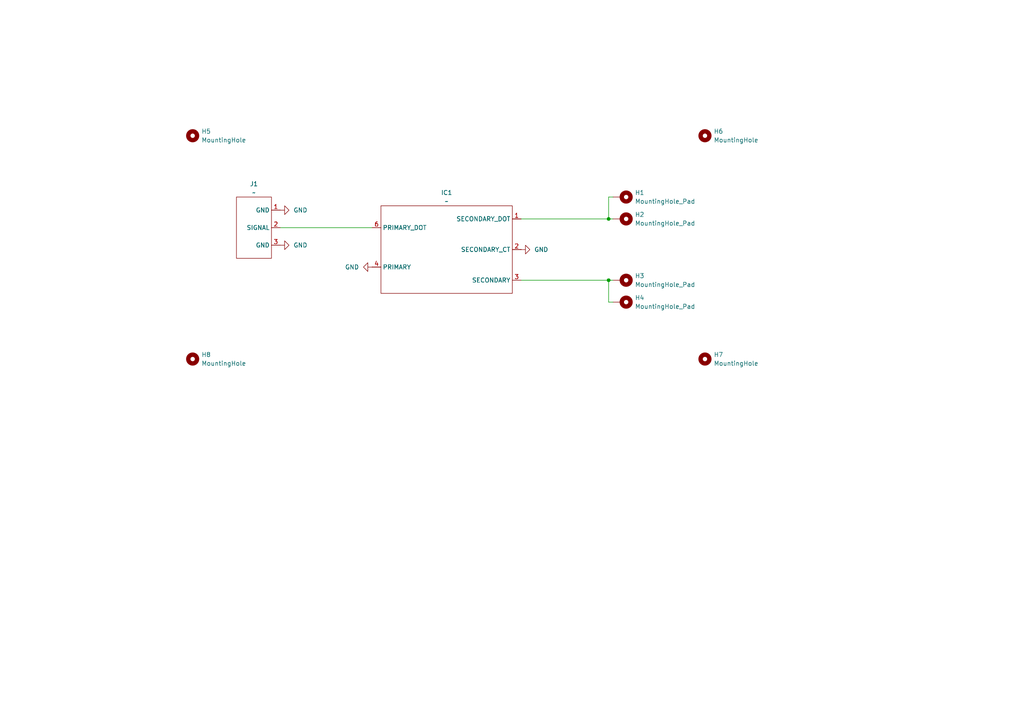
<source format=kicad_sch>
(kicad_sch
	(version 20231120)
	(generator "eeschema")
	(generator_version "8.0")
	(uuid "6cc96c34-2a0c-4d55-952a-3bf9573f6b0d")
	(paper "A4")
	(lib_symbols
		(symbol "Mechanical:MountingHole"
			(pin_names
				(offset 1.016)
			)
			(exclude_from_sim yes)
			(in_bom no)
			(on_board yes)
			(property "Reference" "H"
				(at 0 5.08 0)
				(effects
					(font
						(size 1.27 1.27)
					)
				)
			)
			(property "Value" "MountingHole"
				(at 0 3.175 0)
				(effects
					(font
						(size 1.27 1.27)
					)
				)
			)
			(property "Footprint" ""
				(at 0 0 0)
				(effects
					(font
						(size 1.27 1.27)
					)
					(hide yes)
				)
			)
			(property "Datasheet" "~"
				(at 0 0 0)
				(effects
					(font
						(size 1.27 1.27)
					)
					(hide yes)
				)
			)
			(property "Description" "Mounting Hole without connection"
				(at 0 0 0)
				(effects
					(font
						(size 1.27 1.27)
					)
					(hide yes)
				)
			)
			(property "ki_keywords" "mounting hole"
				(at 0 0 0)
				(effects
					(font
						(size 1.27 1.27)
					)
					(hide yes)
				)
			)
			(property "ki_fp_filters" "MountingHole*"
				(at 0 0 0)
				(effects
					(font
						(size 1.27 1.27)
					)
					(hide yes)
				)
			)
			(symbol "MountingHole_0_1"
				(circle
					(center 0 0)
					(radius 1.27)
					(stroke
						(width 1.27)
						(type default)
					)
					(fill
						(type none)
					)
				)
			)
		)
		(symbol "Mechanical:MountingHole_Pad"
			(pin_numbers hide)
			(pin_names
				(offset 1.016) hide)
			(exclude_from_sim yes)
			(in_bom no)
			(on_board yes)
			(property "Reference" "H"
				(at 0 6.35 0)
				(effects
					(font
						(size 1.27 1.27)
					)
				)
			)
			(property "Value" "MountingHole_Pad"
				(at 0 4.445 0)
				(effects
					(font
						(size 1.27 1.27)
					)
				)
			)
			(property "Footprint" ""
				(at 0 0 0)
				(effects
					(font
						(size 1.27 1.27)
					)
					(hide yes)
				)
			)
			(property "Datasheet" "~"
				(at 0 0 0)
				(effects
					(font
						(size 1.27 1.27)
					)
					(hide yes)
				)
			)
			(property "Description" "Mounting Hole with connection"
				(at 0 0 0)
				(effects
					(font
						(size 1.27 1.27)
					)
					(hide yes)
				)
			)
			(property "ki_keywords" "mounting hole"
				(at 0 0 0)
				(effects
					(font
						(size 1.27 1.27)
					)
					(hide yes)
				)
			)
			(property "ki_fp_filters" "MountingHole*Pad*"
				(at 0 0 0)
				(effects
					(font
						(size 1.27 1.27)
					)
					(hide yes)
				)
			)
			(symbol "MountingHole_Pad_0_1"
				(circle
					(center 0 1.27)
					(radius 1.27)
					(stroke
						(width 1.27)
						(type default)
					)
					(fill
						(type none)
					)
				)
			)
			(symbol "MountingHole_Pad_1_1"
				(pin input line
					(at 0 -2.54 90)
					(length 2.54)
					(name "1"
						(effects
							(font
								(size 1.27 1.27)
							)
						)
					)
					(number "1"
						(effects
							(font
								(size 1.27 1.27)
							)
						)
					)
				)
			)
		)
		(symbol "ant:TC1.5-52T+"
			(exclude_from_sim no)
			(in_bom yes)
			(on_board yes)
			(property "Reference" "IC"
				(at 0 0.254 0)
				(effects
					(font
						(size 1.27 1.27)
					)
				)
			)
			(property "Value" ""
				(at 0 0 0)
				(effects
					(font
						(size 1.27 1.27)
					)
				)
			)
			(property "Footprint" ""
				(at 0 0 0)
				(effects
					(font
						(size 1.27 1.27)
					)
					(hide yes)
				)
			)
			(property "Datasheet" ""
				(at 0 0 0)
				(effects
					(font
						(size 1.27 1.27)
					)
					(hide yes)
				)
			)
			(property "Description" ""
				(at 0 0 0)
				(effects
					(font
						(size 1.27 1.27)
					)
					(hide yes)
				)
			)
			(property "ki_locked" ""
				(at 0 0 0)
				(effects
					(font
						(size 1.27 1.27)
					)
				)
			)
			(symbol "TC1.5-52T+_1_1"
				(rectangle
					(start -19.05 12.7)
					(end 19.05 -12.7)
					(stroke
						(width 0)
						(type default)
					)
					(fill
						(type none)
					)
				)
				(pin bidirectional line
					(at 21.59 8.89 180)
					(length 2.54)
					(name "SECONDARY_DOT"
						(effects
							(font
								(size 1.27 1.27)
							)
						)
					)
					(number "1"
						(effects
							(font
								(size 1.27 1.27)
							)
						)
					)
				)
				(pin bidirectional line
					(at 21.59 0 180)
					(length 2.54)
					(name "SECONDARY_CT"
						(effects
							(font
								(size 1.27 1.27)
							)
						)
					)
					(number "2"
						(effects
							(font
								(size 1.27 1.27)
							)
						)
					)
				)
				(pin bidirectional line
					(at 21.59 -8.89 180)
					(length 2.54)
					(name "SECONDARY"
						(effects
							(font
								(size 1.27 1.27)
							)
						)
					)
					(number "3"
						(effects
							(font
								(size 1.27 1.27)
							)
						)
					)
				)
				(pin bidirectional line
					(at -21.59 -5.08 0)
					(length 2.54)
					(name "PRIMARY"
						(effects
							(font
								(size 1.27 1.27)
							)
						)
					)
					(number "4"
						(effects
							(font
								(size 1.27 1.27)
							)
						)
					)
				)
				(pin bidirectional line
					(at -21.59 6.35 0)
					(length 2.54)
					(name "PRIMARY_DOT"
						(effects
							(font
								(size 1.27 1.27)
							)
						)
					)
					(number "6"
						(effects
							(font
								(size 1.27 1.27)
							)
						)
					)
				)
			)
		)
		(symbol "ant:sma_diagonal"
			(exclude_from_sim no)
			(in_bom yes)
			(on_board yes)
			(property "Reference" "J"
				(at -3.81 -7.62 0)
				(effects
					(font
						(size 1.27 1.27)
					)
				)
			)
			(property "Value" ""
				(at -3.81 -7.62 0)
				(effects
					(font
						(size 1.27 1.27)
					)
				)
			)
			(property "Footprint" "ant:sma_diagonal"
				(at -0.762 -10.922 0)
				(effects
					(font
						(size 1.27 1.27)
					)
					(hide yes)
				)
			)
			(property "Datasheet" ""
				(at -3.81 -7.62 0)
				(effects
					(font
						(size 1.27 1.27)
					)
					(hide yes)
				)
			)
			(property "Description" ""
				(at -3.81 -7.62 0)
				(effects
					(font
						(size 1.27 1.27)
					)
					(hide yes)
				)
			)
			(symbol "sma_diagonal_0_1"
				(rectangle
					(start -5.08 8.89)
					(end 5.08 -8.89)
					(stroke
						(width 0)
						(type default)
					)
					(fill
						(type none)
					)
				)
			)
			(symbol "sma_diagonal_1_1"
				(pin bidirectional line
					(at 7.62 5.08 180)
					(length 2.54)
					(name "GND"
						(effects
							(font
								(size 1.27 1.27)
							)
						)
					)
					(number "1"
						(effects
							(font
								(size 1.27 1.27)
							)
						)
					)
				)
				(pin bidirectional line
					(at 7.62 0 180)
					(length 2.54)
					(name "SIGNAL"
						(effects
							(font
								(size 1.27 1.27)
							)
						)
					)
					(number "2"
						(effects
							(font
								(size 1.27 1.27)
							)
						)
					)
				)
				(pin bidirectional line
					(at 7.62 -5.08 180)
					(length 2.54)
					(name "GND"
						(effects
							(font
								(size 1.27 1.27)
							)
						)
					)
					(number "3"
						(effects
							(font
								(size 1.27 1.27)
							)
						)
					)
				)
			)
		)
		(symbol "power:GND"
			(power)
			(pin_numbers hide)
			(pin_names
				(offset 0) hide)
			(exclude_from_sim no)
			(in_bom yes)
			(on_board yes)
			(property "Reference" "#PWR"
				(at 0 -6.35 0)
				(effects
					(font
						(size 1.27 1.27)
					)
					(hide yes)
				)
			)
			(property "Value" "GND"
				(at 0 -3.81 0)
				(effects
					(font
						(size 1.27 1.27)
					)
				)
			)
			(property "Footprint" ""
				(at 0 0 0)
				(effects
					(font
						(size 1.27 1.27)
					)
					(hide yes)
				)
			)
			(property "Datasheet" ""
				(at 0 0 0)
				(effects
					(font
						(size 1.27 1.27)
					)
					(hide yes)
				)
			)
			(property "Description" "Power symbol creates a global label with name \"GND\" , ground"
				(at 0 0 0)
				(effects
					(font
						(size 1.27 1.27)
					)
					(hide yes)
				)
			)
			(property "ki_keywords" "global power"
				(at 0 0 0)
				(effects
					(font
						(size 1.27 1.27)
					)
					(hide yes)
				)
			)
			(symbol "GND_0_1"
				(polyline
					(pts
						(xy 0 0) (xy 0 -1.27) (xy 1.27 -1.27) (xy 0 -2.54) (xy -1.27 -1.27) (xy 0 -1.27)
					)
					(stroke
						(width 0)
						(type default)
					)
					(fill
						(type none)
					)
				)
			)
			(symbol "GND_1_1"
				(pin power_in line
					(at 0 0 270)
					(length 0)
					(name "~"
						(effects
							(font
								(size 1.27 1.27)
							)
						)
					)
					(number "1"
						(effects
							(font
								(size 1.27 1.27)
							)
						)
					)
				)
			)
		)
	)
	(junction
		(at 176.53 63.5)
		(diameter 0)
		(color 0 0 0 0)
		(uuid "4086373d-bf0a-4e5e-acc5-dacb0e2da829")
	)
	(junction
		(at 176.53 81.28)
		(diameter 0)
		(color 0 0 0 0)
		(uuid "74eb337a-77bb-44d8-98cf-5200a780d66c")
	)
	(wire
		(pts
			(xy 177.8 87.63) (xy 176.53 87.63)
		)
		(stroke
			(width 0)
			(type default)
		)
		(uuid "057e0b19-5636-4ebf-a0d8-2155af351527")
	)
	(wire
		(pts
			(xy 176.53 87.63) (xy 176.53 81.28)
		)
		(stroke
			(width 0)
			(type default)
		)
		(uuid "0a8be34c-70b9-4e7f-bf2b-7ab4677032dd")
	)
	(wire
		(pts
			(xy 176.53 63.5) (xy 151.13 63.5)
		)
		(stroke
			(width 0)
			(type default)
		)
		(uuid "1b8594a5-c32d-42e6-aa41-3dee14891228")
	)
	(wire
		(pts
			(xy 176.53 63.5) (xy 177.8 63.5)
		)
		(stroke
			(width 0)
			(type default)
		)
		(uuid "2ebc47dd-8f43-4f41-9cb5-861f6b953505")
	)
	(wire
		(pts
			(xy 151.13 81.28) (xy 176.53 81.28)
		)
		(stroke
			(width 0)
			(type default)
		)
		(uuid "4e187417-bdd9-4280-8474-3dd10780cf37")
	)
	(wire
		(pts
			(xy 81.28 66.04) (xy 107.95 66.04)
		)
		(stroke
			(width 0)
			(type default)
		)
		(uuid "554fddf4-7fea-4248-8a6a-42b75f036c6f")
	)
	(wire
		(pts
			(xy 176.53 57.15) (xy 177.8 57.15)
		)
		(stroke
			(width 0)
			(type default)
		)
		(uuid "c2c68f3c-fcae-4221-ba30-4036f3141289")
	)
	(wire
		(pts
			(xy 176.53 81.28) (xy 177.8 81.28)
		)
		(stroke
			(width 0)
			(type default)
		)
		(uuid "c6c3e5f1-1e6e-4b01-9bf4-3fb1a627c191")
	)
	(wire
		(pts
			(xy 176.53 57.15) (xy 176.53 63.5)
		)
		(stroke
			(width 0)
			(type default)
		)
		(uuid "d374dd4e-1232-43ba-a9ca-e59cf2d2eb9a")
	)
	(symbol
		(lib_id "Mechanical:MountingHole_Pad")
		(at 180.34 57.15 270)
		(unit 1)
		(exclude_from_sim yes)
		(in_bom no)
		(on_board yes)
		(dnp no)
		(fields_autoplaced yes)
		(uuid "0b16c5e0-d76a-47a1-ac5f-d4de67c70212")
		(property "Reference" "H1"
			(at 184.15 55.8799 90)
			(effects
				(font
					(size 1.27 1.27)
				)
				(justify left)
			)
		)
		(property "Value" "MountingHole_Pad"
			(at 184.15 58.4199 90)
			(effects
				(font
					(size 1.27 1.27)
				)
				(justify left)
			)
		)
		(property "Footprint" "MountingHole:MountingHole_3.2mm_M3_ISO7380_Pad"
			(at 180.34 57.15 0)
			(effects
				(font
					(size 1.27 1.27)
				)
				(hide yes)
			)
		)
		(property "Datasheet" "~"
			(at 180.34 57.15 0)
			(effects
				(font
					(size 1.27 1.27)
				)
				(hide yes)
			)
		)
		(property "Description" "Mounting Hole with connection"
			(at 180.34 57.15 0)
			(effects
				(font
					(size 1.27 1.27)
				)
				(hide yes)
			)
		)
		(pin "1"
			(uuid "c16f3f18-1836-4394-8ea2-fb18a7b3340a")
		)
		(instances
			(project ""
				(path "/6cc96c34-2a0c-4d55-952a-3bf9573f6b0d"
					(reference "H1")
					(unit 1)
				)
			)
		)
	)
	(symbol
		(lib_id "Mechanical:MountingHole")
		(at 204.47 104.14 0)
		(unit 1)
		(exclude_from_sim yes)
		(in_bom no)
		(on_board yes)
		(dnp no)
		(fields_autoplaced yes)
		(uuid "253c41db-231e-480f-951c-7180a9ba6861")
		(property "Reference" "H7"
			(at 207.01 102.8699 0)
			(effects
				(font
					(size 1.27 1.27)
				)
				(justify left)
			)
		)
		(property "Value" "MountingHole"
			(at 207.01 105.4099 0)
			(effects
				(font
					(size 1.27 1.27)
				)
				(justify left)
			)
		)
		(property "Footprint" "MountingHole:MountingHole_3.2mm_M3"
			(at 204.47 104.14 0)
			(effects
				(font
					(size 1.27 1.27)
				)
				(hide yes)
			)
		)
		(property "Datasheet" "~"
			(at 204.47 104.14 0)
			(effects
				(font
					(size 1.27 1.27)
				)
				(hide yes)
			)
		)
		(property "Description" "Mounting Hole without connection"
			(at 204.47 104.14 0)
			(effects
				(font
					(size 1.27 1.27)
				)
				(hide yes)
			)
		)
		(instances
			(project "antenna"
				(path "/6cc96c34-2a0c-4d55-952a-3bf9573f6b0d"
					(reference "H7")
					(unit 1)
				)
			)
		)
	)
	(symbol
		(lib_id "Mechanical:MountingHole_Pad")
		(at 180.34 87.63 270)
		(unit 1)
		(exclude_from_sim yes)
		(in_bom no)
		(on_board yes)
		(dnp no)
		(fields_autoplaced yes)
		(uuid "2f957071-94c7-45ef-beb1-726b9b2f0a2e")
		(property "Reference" "H4"
			(at 184.15 86.3599 90)
			(effects
				(font
					(size 1.27 1.27)
				)
				(justify left)
			)
		)
		(property "Value" "MountingHole_Pad"
			(at 184.15 88.8999 90)
			(effects
				(font
					(size 1.27 1.27)
				)
				(justify left)
			)
		)
		(property "Footprint" "MountingHole:MountingHole_3.2mm_M3_ISO7380_Pad"
			(at 180.34 87.63 0)
			(effects
				(font
					(size 1.27 1.27)
				)
				(hide yes)
			)
		)
		(property "Datasheet" "~"
			(at 180.34 87.63 0)
			(effects
				(font
					(size 1.27 1.27)
				)
				(hide yes)
			)
		)
		(property "Description" "Mounting Hole with connection"
			(at 180.34 87.63 0)
			(effects
				(font
					(size 1.27 1.27)
				)
				(hide yes)
			)
		)
		(pin "1"
			(uuid "a19a44ec-f9b9-4728-a57f-5dba1a8378cd")
		)
		(instances
			(project "antenna"
				(path "/6cc96c34-2a0c-4d55-952a-3bf9573f6b0d"
					(reference "H4")
					(unit 1)
				)
			)
		)
	)
	(symbol
		(lib_id "Mechanical:MountingHole")
		(at 204.47 39.37 0)
		(unit 1)
		(exclude_from_sim yes)
		(in_bom no)
		(on_board yes)
		(dnp no)
		(fields_autoplaced yes)
		(uuid "401a91fb-90c8-4bd3-b043-87ad6a7f2a36")
		(property "Reference" "H6"
			(at 207.01 38.0999 0)
			(effects
				(font
					(size 1.27 1.27)
				)
				(justify left)
			)
		)
		(property "Value" "MountingHole"
			(at 207.01 40.6399 0)
			(effects
				(font
					(size 1.27 1.27)
				)
				(justify left)
			)
		)
		(property "Footprint" "MountingHole:MountingHole_3.2mm_M3"
			(at 204.47 39.37 0)
			(effects
				(font
					(size 1.27 1.27)
				)
				(hide yes)
			)
		)
		(property "Datasheet" "~"
			(at 204.47 39.37 0)
			(effects
				(font
					(size 1.27 1.27)
				)
				(hide yes)
			)
		)
		(property "Description" "Mounting Hole without connection"
			(at 204.47 39.37 0)
			(effects
				(font
					(size 1.27 1.27)
				)
				(hide yes)
			)
		)
		(instances
			(project "antenna"
				(path "/6cc96c34-2a0c-4d55-952a-3bf9573f6b0d"
					(reference "H6")
					(unit 1)
				)
			)
		)
	)
	(symbol
		(lib_id "Mechanical:MountingHole_Pad")
		(at 180.34 63.5 270)
		(unit 1)
		(exclude_from_sim yes)
		(in_bom no)
		(on_board yes)
		(dnp no)
		(fields_autoplaced yes)
		(uuid "5128ba9b-1167-4f9e-b39d-298805a969cd")
		(property "Reference" "H2"
			(at 184.15 62.2299 90)
			(effects
				(font
					(size 1.27 1.27)
				)
				(justify left)
			)
		)
		(property "Value" "MountingHole_Pad"
			(at 184.15 64.7699 90)
			(effects
				(font
					(size 1.27 1.27)
				)
				(justify left)
			)
		)
		(property "Footprint" "MountingHole:MountingHole_3.2mm_M3_ISO7380_Pad"
			(at 180.34 63.5 0)
			(effects
				(font
					(size 1.27 1.27)
				)
				(hide yes)
			)
		)
		(property "Datasheet" "~"
			(at 180.34 63.5 0)
			(effects
				(font
					(size 1.27 1.27)
				)
				(hide yes)
			)
		)
		(property "Description" "Mounting Hole with connection"
			(at 180.34 63.5 0)
			(effects
				(font
					(size 1.27 1.27)
				)
				(hide yes)
			)
		)
		(pin "1"
			(uuid "f8d8d479-038d-45dd-92bd-a048ebd204f9")
		)
		(instances
			(project "antenna"
				(path "/6cc96c34-2a0c-4d55-952a-3bf9573f6b0d"
					(reference "H2")
					(unit 1)
				)
			)
		)
	)
	(symbol
		(lib_id "Mechanical:MountingHole")
		(at 55.88 104.14 0)
		(unit 1)
		(exclude_from_sim yes)
		(in_bom no)
		(on_board yes)
		(dnp no)
		(fields_autoplaced yes)
		(uuid "5b99f0b3-096a-4d91-b5fb-ce05e11d2e02")
		(property "Reference" "H8"
			(at 58.42 102.8699 0)
			(effects
				(font
					(size 1.27 1.27)
				)
				(justify left)
			)
		)
		(property "Value" "MountingHole"
			(at 58.42 105.4099 0)
			(effects
				(font
					(size 1.27 1.27)
				)
				(justify left)
			)
		)
		(property "Footprint" "MountingHole:MountingHole_3.2mm_M3"
			(at 55.88 104.14 0)
			(effects
				(font
					(size 1.27 1.27)
				)
				(hide yes)
			)
		)
		(property "Datasheet" "~"
			(at 55.88 104.14 0)
			(effects
				(font
					(size 1.27 1.27)
				)
				(hide yes)
			)
		)
		(property "Description" "Mounting Hole without connection"
			(at 55.88 104.14 0)
			(effects
				(font
					(size 1.27 1.27)
				)
				(hide yes)
			)
		)
		(instances
			(project "antenna"
				(path "/6cc96c34-2a0c-4d55-952a-3bf9573f6b0d"
					(reference "H8")
					(unit 1)
				)
			)
		)
	)
	(symbol
		(lib_id "power:GND")
		(at 151.13 72.39 90)
		(unit 1)
		(exclude_from_sim no)
		(in_bom yes)
		(on_board yes)
		(dnp no)
		(fields_autoplaced yes)
		(uuid "6110db94-bda2-460b-9cb5-fe4504ecc014")
		(property "Reference" "#PWR06"
			(at 157.48 72.39 0)
			(effects
				(font
					(size 1.27 1.27)
				)
				(hide yes)
			)
		)
		(property "Value" "GND"
			(at 154.94 72.3899 90)
			(effects
				(font
					(size 1.27 1.27)
				)
				(justify right)
			)
		)
		(property "Footprint" ""
			(at 151.13 72.39 0)
			(effects
				(font
					(size 1.27 1.27)
				)
				(hide yes)
			)
		)
		(property "Datasheet" ""
			(at 151.13 72.39 0)
			(effects
				(font
					(size 1.27 1.27)
				)
				(hide yes)
			)
		)
		(property "Description" "Power symbol creates a global label with name \"GND\" , ground"
			(at 151.13 72.39 0)
			(effects
				(font
					(size 1.27 1.27)
				)
				(hide yes)
			)
		)
		(pin "1"
			(uuid "fce0b62c-d60b-4ea7-9496-942b34e7bb1e")
		)
		(instances
			(project "antenna"
				(path "/6cc96c34-2a0c-4d55-952a-3bf9573f6b0d"
					(reference "#PWR06")
					(unit 1)
				)
			)
		)
	)
	(symbol
		(lib_id "power:GND")
		(at 81.28 60.96 90)
		(unit 1)
		(exclude_from_sim no)
		(in_bom yes)
		(on_board yes)
		(dnp no)
		(fields_autoplaced yes)
		(uuid "67973551-2d72-4a73-88b0-0cc4bf20f811")
		(property "Reference" "#PWR02"
			(at 87.63 60.96 0)
			(effects
				(font
					(size 1.27 1.27)
				)
				(hide yes)
			)
		)
		(property "Value" "GND"
			(at 85.09 60.9599 90)
			(effects
				(font
					(size 1.27 1.27)
				)
				(justify right)
			)
		)
		(property "Footprint" ""
			(at 81.28 60.96 0)
			(effects
				(font
					(size 1.27 1.27)
				)
				(hide yes)
			)
		)
		(property "Datasheet" ""
			(at 81.28 60.96 0)
			(effects
				(font
					(size 1.27 1.27)
				)
				(hide yes)
			)
		)
		(property "Description" "Power symbol creates a global label with name \"GND\" , ground"
			(at 81.28 60.96 0)
			(effects
				(font
					(size 1.27 1.27)
				)
				(hide yes)
			)
		)
		(pin "1"
			(uuid "11383b4a-affd-4bbc-aee5-5decae71c7a5")
		)
		(instances
			(project "antenna"
				(path "/6cc96c34-2a0c-4d55-952a-3bf9573f6b0d"
					(reference "#PWR02")
					(unit 1)
				)
			)
		)
	)
	(symbol
		(lib_id "Mechanical:MountingHole_Pad")
		(at 180.34 81.28 270)
		(unit 1)
		(exclude_from_sim yes)
		(in_bom no)
		(on_board yes)
		(dnp no)
		(fields_autoplaced yes)
		(uuid "942f3a70-6b17-471c-b980-a86fe307011f")
		(property "Reference" "H3"
			(at 184.15 80.0099 90)
			(effects
				(font
					(size 1.27 1.27)
				)
				(justify left)
			)
		)
		(property "Value" "MountingHole_Pad"
			(at 184.15 82.5499 90)
			(effects
				(font
					(size 1.27 1.27)
				)
				(justify left)
			)
		)
		(property "Footprint" "MountingHole:MountingHole_3.2mm_M3_ISO7380_Pad"
			(at 180.34 81.28 0)
			(effects
				(font
					(size 1.27 1.27)
				)
				(hide yes)
			)
		)
		(property "Datasheet" "~"
			(at 180.34 81.28 0)
			(effects
				(font
					(size 1.27 1.27)
				)
				(hide yes)
			)
		)
		(property "Description" "Mounting Hole with connection"
			(at 180.34 81.28 0)
			(effects
				(font
					(size 1.27 1.27)
				)
				(hide yes)
			)
		)
		(pin "1"
			(uuid "5ebf59ac-69f0-434a-96c9-8fe9a0bbea85")
		)
		(instances
			(project "antenna"
				(path "/6cc96c34-2a0c-4d55-952a-3bf9573f6b0d"
					(reference "H3")
					(unit 1)
				)
			)
		)
	)
	(symbol
		(lib_id "Mechanical:MountingHole")
		(at 55.88 39.37 0)
		(unit 1)
		(exclude_from_sim yes)
		(in_bom no)
		(on_board yes)
		(dnp no)
		(fields_autoplaced yes)
		(uuid "97dc45fd-3f06-4cd1-bb15-5f4a4242b594")
		(property "Reference" "H5"
			(at 58.42 38.0999 0)
			(effects
				(font
					(size 1.27 1.27)
				)
				(justify left)
			)
		)
		(property "Value" "MountingHole"
			(at 58.42 40.6399 0)
			(effects
				(font
					(size 1.27 1.27)
				)
				(justify left)
			)
		)
		(property "Footprint" "MountingHole:MountingHole_3.2mm_M3"
			(at 55.88 39.37 0)
			(effects
				(font
					(size 1.27 1.27)
				)
				(hide yes)
			)
		)
		(property "Datasheet" "~"
			(at 55.88 39.37 0)
			(effects
				(font
					(size 1.27 1.27)
				)
				(hide yes)
			)
		)
		(property "Description" "Mounting Hole without connection"
			(at 55.88 39.37 0)
			(effects
				(font
					(size 1.27 1.27)
				)
				(hide yes)
			)
		)
		(instances
			(project ""
				(path "/6cc96c34-2a0c-4d55-952a-3bf9573f6b0d"
					(reference "H5")
					(unit 1)
				)
			)
		)
	)
	(symbol
		(lib_id "power:GND")
		(at 81.28 71.12 90)
		(unit 1)
		(exclude_from_sim no)
		(in_bom yes)
		(on_board yes)
		(dnp no)
		(fields_autoplaced yes)
		(uuid "c5c347fd-d455-44c5-8a61-37a58a72f0be")
		(property "Reference" "#PWR01"
			(at 87.63 71.12 0)
			(effects
				(font
					(size 1.27 1.27)
				)
				(hide yes)
			)
		)
		(property "Value" "GND"
			(at 85.09 71.1199 90)
			(effects
				(font
					(size 1.27 1.27)
				)
				(justify right)
			)
		)
		(property "Footprint" ""
			(at 81.28 71.12 0)
			(effects
				(font
					(size 1.27 1.27)
				)
				(hide yes)
			)
		)
		(property "Datasheet" ""
			(at 81.28 71.12 0)
			(effects
				(font
					(size 1.27 1.27)
				)
				(hide yes)
			)
		)
		(property "Description" "Power symbol creates a global label with name \"GND\" , ground"
			(at 81.28 71.12 0)
			(effects
				(font
					(size 1.27 1.27)
				)
				(hide yes)
			)
		)
		(pin "1"
			(uuid "5e586018-6925-493a-abd3-da1887b4ac52")
		)
		(instances
			(project "antenna"
				(path "/6cc96c34-2a0c-4d55-952a-3bf9573f6b0d"
					(reference "#PWR01")
					(unit 1)
				)
			)
		)
	)
	(symbol
		(lib_id "power:GND")
		(at 107.95 77.47 270)
		(unit 1)
		(exclude_from_sim no)
		(in_bom yes)
		(on_board yes)
		(dnp no)
		(fields_autoplaced yes)
		(uuid "d9baee46-0f07-41d7-bdb6-9a9e6f9484ee")
		(property "Reference" "#PWR05"
			(at 101.6 77.47 0)
			(effects
				(font
					(size 1.27 1.27)
				)
				(hide yes)
			)
		)
		(property "Value" "GND"
			(at 104.14 77.4699 90)
			(effects
				(font
					(size 1.27 1.27)
				)
				(justify right)
			)
		)
		(property "Footprint" ""
			(at 107.95 77.47 0)
			(effects
				(font
					(size 1.27 1.27)
				)
				(hide yes)
			)
		)
		(property "Datasheet" ""
			(at 107.95 77.47 0)
			(effects
				(font
					(size 1.27 1.27)
				)
				(hide yes)
			)
		)
		(property "Description" "Power symbol creates a global label with name \"GND\" , ground"
			(at 107.95 77.47 0)
			(effects
				(font
					(size 1.27 1.27)
				)
				(hide yes)
			)
		)
		(pin "1"
			(uuid "6cc0fb48-d16e-4e80-8083-309fedc94b45")
		)
		(instances
			(project "antenna"
				(path "/6cc96c34-2a0c-4d55-952a-3bf9573f6b0d"
					(reference "#PWR05")
					(unit 1)
				)
			)
		)
	)
	(symbol
		(lib_id "ant:sma_diagonal")
		(at 73.66 66.04 0)
		(unit 1)
		(exclude_from_sim no)
		(in_bom yes)
		(on_board yes)
		(dnp no)
		(fields_autoplaced yes)
		(uuid "e211cda9-6ae1-4b66-b872-b513e4d9fffe")
		(property "Reference" "J1"
			(at 73.66 53.34 0)
			(effects
				(font
					(size 1.27 1.27)
				)
			)
		)
		(property "Value" "~"
			(at 73.66 55.88 0)
			(effects
				(font
					(size 1.27 1.27)
				)
			)
		)
		(property "Footprint" "ant:sma_diagonal"
			(at 72.898 76.962 0)
			(effects
				(font
					(size 1.27 1.27)
				)
				(hide yes)
			)
		)
		(property "Datasheet" ""
			(at 69.85 73.66 0)
			(effects
				(font
					(size 1.27 1.27)
				)
				(hide yes)
			)
		)
		(property "Description" ""
			(at 69.85 73.66 0)
			(effects
				(font
					(size 1.27 1.27)
				)
				(hide yes)
			)
		)
		(pin "2"
			(uuid "d31e10d0-f334-456e-aab8-feeb2045f003")
		)
		(pin "3"
			(uuid "b458101b-9ae4-4a0c-a936-bfba686f815c")
		)
		(pin "1"
			(uuid "5bbdfe21-dda8-4569-b2b6-87af0f7d07af")
		)
		(instances
			(project ""
				(path "/6cc96c34-2a0c-4d55-952a-3bf9573f6b0d"
					(reference "J1")
					(unit 1)
				)
			)
		)
	)
	(symbol
		(lib_id "ant:TC1.5-52T+")
		(at 129.54 72.39 0)
		(unit 1)
		(exclude_from_sim no)
		(in_bom yes)
		(on_board yes)
		(dnp no)
		(fields_autoplaced yes)
		(uuid "e4ac29f5-423b-4924-8651-42ae88c14090")
		(property "Reference" "IC1"
			(at 129.54 55.88 0)
			(effects
				(font
					(size 1.27 1.27)
				)
			)
		)
		(property "Value" "~"
			(at 129.54 58.42 0)
			(effects
				(font
					(size 1.27 1.27)
				)
			)
		)
		(property "Footprint" "ant:C1.5-52T+"
			(at 129.54 72.39 0)
			(effects
				(font
					(size 1.27 1.27)
				)
				(hide yes)
			)
		)
		(property "Datasheet" ""
			(at 129.54 72.39 0)
			(effects
				(font
					(size 1.27 1.27)
				)
				(hide yes)
			)
		)
		(property "Description" ""
			(at 129.54 72.39 0)
			(effects
				(font
					(size 1.27 1.27)
				)
				(hide yes)
			)
		)
		(pin "1"
			(uuid "c02034fa-a85d-4408-b308-ac8a362adc92")
		)
		(pin "2"
			(uuid "2d97006a-6e4c-4e3d-b115-95cecee4331c")
		)
		(pin "6"
			(uuid "31c791c5-08ed-466f-a13d-657d59c88651")
		)
		(pin "4"
			(uuid "3866f99a-f078-43f2-b9d5-c69e877e8d36")
		)
		(pin "3"
			(uuid "d00b92d0-81db-4991-9af6-dfc648864c83")
		)
		(instances
			(project ""
				(path "/6cc96c34-2a0c-4d55-952a-3bf9573f6b0d"
					(reference "IC1")
					(unit 1)
				)
			)
		)
	)
	(sheet_instances
		(path "/"
			(page "1")
		)
	)
)

</source>
